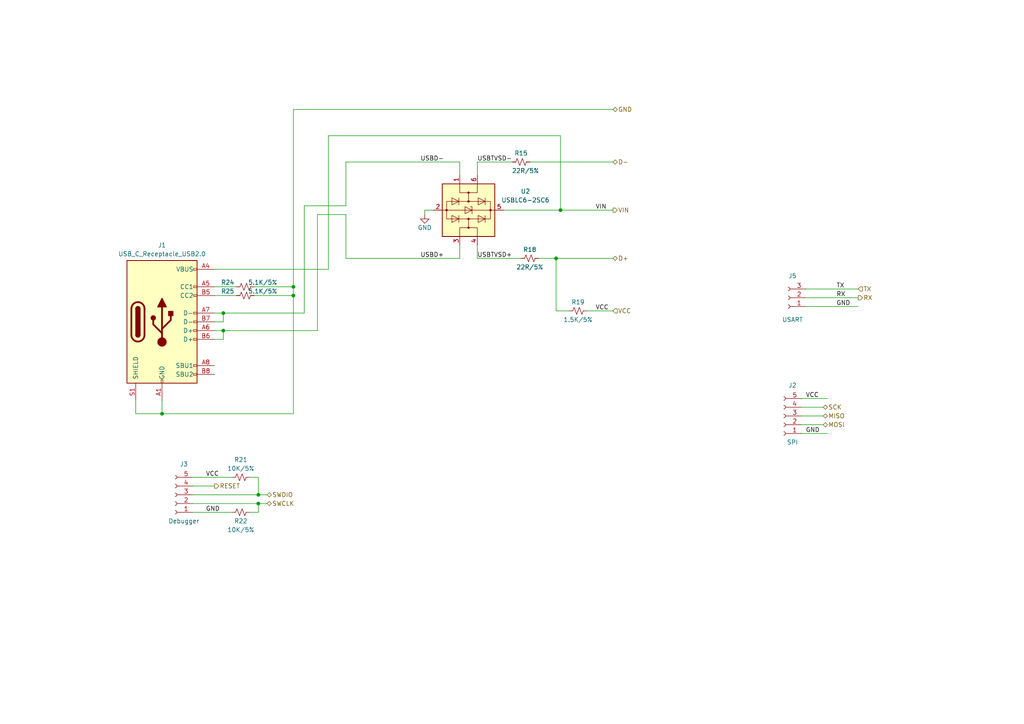
<source format=kicad_sch>
(kicad_sch (version 20230121) (generator eeschema)
  (paper "A4")
  (lib_symbols
    (symbol "Connector:Conn_01x03_Female" (pin_names (offset 1.016) hide)
      (property "Reference" "J" (at 0 5.08 0))
      (property "Value" "Conn_01x03_Female" (at 0 -5.08 0))
      (symbol "Conn_01x03_Female_1_1"
        (arc (start 0 -2.032) (mid -0.5058 -2.54) (end 0 -3.048) (stroke (width 0.1524)))
        (polyline (pts (xy -1.27 -2.54) (xy -0.508 -2.54)) (stroke (width 0.1524)))
        (polyline (pts (xy -1.27 0) (xy -0.508 0)) (stroke (width 0.1524)))
        (polyline (pts (xy -1.27 2.54) (xy -0.508 2.54)) (stroke (width 0.1524)))
        (arc (start 0 0.508) (mid -0.5058 0) (end 0 -0.508) (stroke (width 0.1524)))
        (arc (start 0 3.048) (mid -0.5058 2.54) (end 0 2.032) (stroke (width 0.1524)))
        (pin passive line (at -5.08 2.54 0) (length 3.81) (name "Pin_1") (number "1"))
        (pin passive line (at -5.08 0 0) (length 3.81) (name "Pin_2") (number "2"))
        (pin passive line (at -5.08 -2.54 0) (length 3.81) (name "Pin_3") (number "3"))
      )
    )
    (symbol "Connector:Conn_01x05_Female" (pin_names (offset 1.016) hide)
      (property "Reference" "J" (at 0 7.62 0))
      (property "Value" "Conn_01x05_Female" (at 0 -7.62 0))
      (symbol "Conn_01x05_Female_1_1"
        (arc (start 0 -4.572) (mid -0.5058 -5.08) (end 0 -5.588) (stroke (width 0.1524)))
        (arc (start 0 -2.032) (mid -0.5058 -2.54) (end 0 -3.048) (stroke (width 0.1524)))
        (polyline (pts (xy -1.27 -5.08) (xy -0.508 -5.08)) (stroke (width 0.1524)))
        (polyline (pts (xy -1.27 -2.54) (xy -0.508 -2.54)) (stroke (width 0.1524)))
        (polyline (pts (xy -1.27 0) (xy -0.508 0)) (stroke (width 0.1524)))
        (polyline (pts (xy -1.27 2.54) (xy -0.508 2.54)) (stroke (width 0.1524)))
        (polyline (pts (xy -1.27 5.08) (xy -0.508 5.08)) (stroke (width 0.1524)))
        (arc (start 0 0.508) (mid -0.5058 0) (end 0 -0.508) (stroke (width 0.1524)))
        (arc (start 0 3.048) (mid -0.5058 2.54) (end 0 2.032) (stroke (width 0.1524)))
        (arc (start 0 5.588) (mid -0.5058 5.08) (end 0 4.572) (stroke (width 0.1524)))
        (pin passive line (at -5.08 5.08 0) (length 3.81) (name "Pin_1") (number "1"))
        (pin passive line (at -5.08 2.54 0) (length 3.81) (name "Pin_2") (number "2"))
        (pin passive line (at -5.08 0 0) (length 3.81) (name "Pin_3") (number "3"))
        (pin passive line (at -5.08 -2.54 0) (length 3.81) (name "Pin_4") (number "4"))
        (pin passive line (at -5.08 -5.08 0) (length 3.81) (name "Pin_5") (number "5"))
      )
    )
    (symbol "Connector:USB_C_Receptacle_USB2.0" (pin_names (offset 1.016))
      (property "Reference" "J" (at -10.16 19.05 0))
      (property "Value" "USB_C_Receptacle_USB2.0" (at 19.05 19.05 0))
      (symbol "USB_C_Receptacle_USB2.0_0_0"
        (rectangle (start -0.254 -17.78) (end 0.254 -16.764))
        (rectangle (start 10.16 -14.986) (end 9.144 -15.494))
        (rectangle (start 10.16 -12.446) (end 9.144 -12.954))
        (rectangle (start 10.16 -4.826) (end 9.144 -5.334))
        (rectangle (start 10.16 -2.286) (end 9.144 -2.794))
        (rectangle (start 10.16 0.254) (end 9.144 -0.254))
        (rectangle (start 10.16 2.794) (end 9.144 2.286))
        (rectangle (start 10.16 7.874) (end 9.144 7.366))
        (rectangle (start 10.16 10.414) (end 9.144 9.906))
        (rectangle (start 10.16 15.494) (end 9.144 14.986))
      )
      (symbol "USB_C_Receptacle_USB2.0_0_1"
        (rectangle (start -10.16 17.78) (end 10.16 -17.78) (stroke (width 0.254)) (fill (type background)))
        (arc (start -8.89 -3.81) (mid -6.985 -5.7067) (end -5.08 -3.81) (stroke (width 0.508)))
        (arc (start -7.62 -3.81) (mid -6.985 -4.4423) (end -6.35 -3.81) (stroke (width 0.254)))
        (arc (start -7.62 -3.81) (mid -6.985 -4.4423) (end -6.35 -3.81) (stroke (width 0.254)) (fill (type outline)))
        (rectangle (start -7.62 -3.81) (end -6.35 3.81) (stroke (width 0.254)) (fill (type outline)))
        (arc (start -6.35 3.81) (mid -6.985 4.4423) (end -7.62 3.81) (stroke (width 0.254)))
        (arc (start -6.35 3.81) (mid -6.985 4.4423) (end -7.62 3.81) (stroke (width 0.254)) (fill (type outline)))
        (arc (start -5.08 3.81) (mid -6.985 5.7067) (end -8.89 3.81) (stroke (width 0.508)))
        (circle (center -2.54 1.143) (radius 0.635) (stroke (width 0.254)) (fill (type outline)))
        (circle (center 0 -5.842) (radius 1.27) (fill (type outline)))
        (polyline (pts (xy -8.89 -3.81) (xy -8.89 3.81)) (stroke (width 0.508)))
        (polyline (pts (xy -5.08 3.81) (xy -5.08 -3.81)) (stroke (width 0.508)))
        (polyline (pts (xy 0 -5.842) (xy 0 4.318)) (stroke (width 0.508)))
        (polyline (pts (xy 0 -3.302) (xy -2.54 -0.762) (xy -2.54 0.508)) (stroke (width 0.508)))
        (polyline (pts (xy 0 -2.032) (xy 2.54 0.508) (xy 2.54 1.778)) (stroke (width 0.508)))
        (polyline (pts (xy -1.27 4.318) (xy 0 6.858) (xy 1.27 4.318) (xy -1.27 4.318)) (stroke (width 0.254)) (fill (type outline)))
        (rectangle (start 1.905 1.778) (end 3.175 3.048) (stroke (width 0.254)) (fill (type outline)))
      )
      (symbol "USB_C_Receptacle_USB2.0_1_1"
        (pin passive line (at 0 -22.86 90) (length 5.08) (name "GND") (number "A1"))
        (pin passive line (at 0 -22.86 90) (length 5.08) hide (name "GND") (number "A12"))
        (pin passive line (at 15.24 15.24 180) (length 5.08) (name "VBUS") (number "A4"))
        (pin bidirectional line (at 15.24 10.16 180) (length 5.08) (name "CC1") (number "A5"))
        (pin bidirectional line (at 15.24 -2.54 180) (length 5.08) (name "D+") (number "A6"))
        (pin bidirectional line (at 15.24 2.54 180) (length 5.08) (name "D-") (number "A7"))
        (pin bidirectional line (at 15.24 -12.7 180) (length 5.08) (name "SBU1") (number "A8"))
        (pin passive line (at 15.24 15.24 180) (length 5.08) hide (name "VBUS") (number "A9"))
        (pin passive line (at 0 -22.86 90) (length 5.08) hide (name "GND") (number "B1"))
        (pin passive line (at 0 -22.86 90) (length 5.08) hide (name "GND") (number "B12"))
        (pin passive line (at 15.24 15.24 180) (length 5.08) hide (name "VBUS") (number "B4"))
        (pin bidirectional line (at 15.24 7.62 180) (length 5.08) (name "CC2") (number "B5"))
        (pin bidirectional line (at 15.24 -5.08 180) (length 5.08) (name "D+") (number "B6"))
        (pin bidirectional line (at 15.24 0 180) (length 5.08) (name "D-") (number "B7"))
        (pin bidirectional line (at 15.24 -15.24 180) (length 5.08) (name "SBU2") (number "B8"))
        (pin passive line (at 15.24 15.24 180) (length 5.08) hide (name "VBUS") (number "B9"))
        (pin passive line (at -7.62 -22.86 90) (length 5.08) (name "SHIELD") (number "S1"))
      )
    )
    (symbol "Device:R_Small_US" (pin_numbers hide) (pin_names (offset 0.254) hide)
      (property "Reference" "R" (at 0.762 0.508 0))
      (property "Value" "R_Small_US" (at 0.762 -1.016 0))
      (symbol "R_Small_US_1_1"
        (polyline (pts (xy 0 0) (xy 1.016 -0.381) (xy 0 -0.762) (xy -1.016 -1.143) (xy 0 -1.524)))
        (polyline (pts (xy 0 1.524) (xy 1.016 1.143) (xy 0 0.762) (xy -1.016 0.381) (xy 0 0)))
        (pin passive line (at 0 2.54 270) (length 1.016) (name "~") (number "1"))
        (pin passive line (at 0 -2.54 90) (length 1.016) (name "~") (number "2"))
      )
    )
    (symbol "Power_Protection:USBLC6-2SC6" (pin_names hide)
      (property "Reference" "U" (at 2.54 8.89 0))
      (property "Value" "USBLC6-2SC6" (at 2.54 -8.89 0))
      (symbol "USBLC6-2SC6_0_1"
        (rectangle (start -7.62 -7.62) (end 7.62 7.62) (stroke (width 0.254)) (fill (type background)))
        (circle (center -5.08 0) (radius 0.254) (fill (type outline)))
        (circle (center -2.54 0) (radius 0.254) (fill (type outline)))
        (rectangle (start -2.54 6.35) (end 2.54 -6.35))
        (circle (center 0 -6.35) (radius 0.254) (fill (type outline)))
        (polyline (pts (xy -5.08 -2.54) (xy -7.62 -2.54)))
        (polyline (pts (xy -5.08 0) (xy -5.08 -2.54)))
        (polyline (pts (xy -5.08 2.54) (xy -7.62 2.54)))
        (polyline (pts (xy -1.524 -2.794) (xy -3.556 -2.794)))
        (polyline (pts (xy -1.524 4.826) (xy -3.556 4.826)))
        (polyline (pts (xy 0 -7.62) (xy 0 -6.35)))
        (polyline (pts (xy 0 -6.35) (xy 0 1.27)))
        (polyline (pts (xy 0 1.27) (xy 0 6.35)))
        (polyline (pts (xy 0 6.35) (xy 0 7.62)))
        (polyline (pts (xy 1.524 -2.794) (xy 3.556 -2.794)))
        (polyline (pts (xy 1.524 4.826) (xy 3.556 4.826)))
        (polyline (pts (xy 5.08 -2.54) (xy 7.62 -2.54)))
        (polyline (pts (xy 5.08 0) (xy 5.08 -2.54)))
        (polyline (pts (xy 5.08 2.54) (xy 7.62 2.54)))
        (polyline (pts (xy -2.54 0) (xy -5.08 0) (xy -5.08 2.54)))
        (polyline (pts (xy 2.54 0) (xy 5.08 0) (xy 5.08 2.54)))
        (polyline (pts (xy -3.556 -4.826) (xy -1.524 -4.826) (xy -2.54 -2.794) (xy -3.556 -4.826)))
        (polyline (pts (xy -3.556 2.794) (xy -1.524 2.794) (xy -2.54 4.826) (xy -3.556 2.794)))
        (polyline (pts (xy -1.016 -1.016) (xy 1.016 -1.016) (xy 0 1.016) (xy -1.016 -1.016)))
        (polyline (pts (xy 1.016 1.016) (xy 0.762 1.016) (xy -1.016 1.016) (xy -1.016 0.508)))
        (polyline (pts (xy 3.556 -4.826) (xy 1.524 -4.826) (xy 2.54 -2.794) (xy 3.556 -4.826)))
        (polyline (pts (xy 3.556 2.794) (xy 1.524 2.794) (xy 2.54 4.826) (xy 3.556 2.794)))
        (circle (center 0 6.35) (radius 0.254) (fill (type outline)))
        (circle (center 2.54 0) (radius 0.254) (fill (type outline)))
        (circle (center 5.08 0) (radius 0.254) (fill (type outline)))
      )
      (symbol "USBLC6-2SC6_1_1"
        (pin passive line (at -10.16 -2.54 0) (length 2.54) (name "I/O1") (number "1"))
        (pin passive line (at 0 -10.16 90) (length 2.54) (name "GND") (number "2"))
        (pin passive line (at 10.16 -2.54 180) (length 2.54) (name "I/O2") (number "3"))
        (pin passive line (at 10.16 2.54 180) (length 2.54) (name "I/O2") (number "4"))
        (pin passive line (at 0 10.16 270) (length 2.54) (name "VBUS") (number "5"))
        (pin passive line (at -10.16 2.54 0) (length 2.54) (name "I/O1") (number "6"))
      )
    )
    (symbol "power:GND" (power) (pin_names (offset 0))
      (property "Value" "GND" (at 0 -3.81 0))
      (symbol "GND_0_1"
        (polyline (pts (xy 0 0) (xy 0 -1.27) (xy 1.27 -1.27) (xy 0 -2.54) (xy -1.27 -1.27) (xy 0 -1.27)))
      )
      (symbol "GND_1_1"
        (pin power_in line (at 0 0 270) (length 0) hide (name "GND") (number "1"))
      )
    )
  )
  (junction (at 64.77 90.805))
  (junction (at 85.09 83.185))
  (junction (at 162.56 60.96))
  (junction (at 74.93 146.05))
  (junction (at 161.29 74.93))
  (junction (at 74.93 143.51))
  (junction (at 85.09 85.725))
  (junction (at 46.99 120.015))
  (junction (at 64.77 95.885))
  (wire (pts (xy 138.43 74.93) (xy 151.13 74.93)))
  (wire (pts (xy 232.41 118.11) (xy 238.76 118.11)))
  (wire (pts (xy 46.99 120.015) (xy 85.09 120.015)))
  (wire (pts (xy 88.265 90.805) (xy 88.265 59.69)))
  (wire (pts (xy 64.77 95.885) (xy 92.075 95.885)))
  (wire (pts (xy 62.23 78.105) (xy 95.25 78.105)))
  (wire (pts (xy 100.33 46.99) (xy 133.35 46.99)))
  (wire (pts (xy 62.23 83.185) (xy 68.58 83.185)))
  (wire (pts (xy 85.09 31.75) (xy 85.09 83.185)))
  (wire (pts (xy 46.99 116.205) (xy 46.99 120.015)))
  (wire (pts (xy 55.88 140.97) (xy 62.23 140.97)))
  (wire (pts (xy 64.77 93.345) (xy 64.77 90.805)))
  (wire (pts (xy 62.23 98.425) (xy 64.77 98.425)))
  (wire (pts (xy 233.68 83.82) (xy 248.92 83.82)))
  (wire (pts (xy 74.93 138.43) (xy 74.93 143.51)))
  (wire (pts (xy 85.09 120.015) (xy 85.09 85.725)))
  (wire (pts (xy 72.39 138.43) (xy 74.93 138.43)))
  (wire (pts (xy 74.93 148.59) (xy 74.93 146.05)))
  (wire (pts (xy 39.37 120.015) (xy 46.99 120.015)))
  (wire (pts (xy 233.68 86.36) (xy 248.92 86.36)))
  (wire (pts (xy 92.075 95.885) (xy 92.075 62.23)))
  (wire (pts (xy 232.41 115.57) (xy 240.03 115.57)))
  (wire (pts (xy 156.21 74.93) (xy 161.29 74.93)))
  (wire (pts (xy 162.56 39.37) (xy 162.56 60.96)))
  (wire (pts (xy 161.29 90.17) (xy 165.1 90.17)))
  (wire (pts (xy 64.77 98.425) (xy 64.77 95.885)))
  (wire (pts (xy 55.88 146.05) (xy 74.93 146.05)))
  (wire (pts (xy 162.56 60.96) (xy 177.8 60.96)))
  (wire (pts (xy 146.05 60.96) (xy 162.56 60.96)))
  (wire (pts (xy 55.88 148.59) (xy 67.31 148.59)))
  (wire (pts (xy 123.19 60.96) (xy 123.19 62.23)))
  (wire (pts (xy 133.35 46.99) (xy 133.35 50.8)))
  (wire (pts (xy 125.73 60.96) (xy 123.19 60.96)))
  (wire (pts (xy 100.33 59.69) (xy 100.33 46.99)))
  (wire (pts (xy 138.43 50.8) (xy 138.43 46.99)))
  (wire (pts (xy 39.37 116.205) (xy 39.37 120.015)))
  (wire (pts (xy 100.33 74.93) (xy 133.35 74.93)))
  (wire (pts (xy 55.88 143.51) (xy 74.93 143.51)))
  (wire (pts (xy 62.23 90.805) (xy 64.77 90.805)))
  (wire (pts (xy 88.265 59.69) (xy 100.33 59.69)))
  (wire (pts (xy 95.25 39.37) (xy 95.25 78.105)))
  (wire (pts (xy 232.41 123.19) (xy 238.76 123.19)))
  (wire (pts (xy 62.23 95.885) (xy 64.77 95.885)))
  (wire (pts (xy 55.88 138.43) (xy 67.31 138.43)))
  (wire (pts (xy 62.23 85.725) (xy 68.58 85.725)))
  (wire (pts (xy 232.41 120.65) (xy 238.76 120.65)))
  (wire (pts (xy 133.35 74.93) (xy 133.35 71.12)))
  (wire (pts (xy 170.18 90.17) (xy 177.7729 90.17)))
  (wire (pts (xy 85.09 85.725) (xy 85.09 83.185)))
  (wire (pts (xy 62.23 93.345) (xy 64.77 93.345)))
  (wire (pts (xy 72.39 148.59) (xy 74.93 148.59)))
  (wire (pts (xy 74.93 143.51) (xy 77.47 143.51)))
  (wire (pts (xy 85.09 31.75) (xy 177.8 31.75)))
  (wire (pts (xy 138.43 71.12) (xy 138.43 74.93)))
  (wire (pts (xy 95.25 39.37) (xy 162.56 39.37)))
  (wire (pts (xy 161.29 90.17) (xy 161.29 74.93)))
  (wire (pts (xy 161.29 74.93) (xy 177.8 74.93)))
  (wire (pts (xy 138.43 46.99) (xy 148.59 46.99)))
  (wire (pts (xy 74.93 146.05) (xy 77.47 146.05)))
  (wire (pts (xy 100.33 62.23) (xy 100.33 74.93)))
  (wire (pts (xy 233.68 88.9) (xy 248.92 88.9)))
  (wire (pts (xy 73.66 83.185) (xy 85.09 83.185)))
  (wire (pts (xy 153.67 46.99) (xy 177.8 46.99)))
  (wire (pts (xy 232.41 125.73) (xy 240.03 125.73)))
  (wire (pts (xy 64.77 90.805) (xy 88.265 90.805)))
  (wire (pts (xy 92.075 62.23) (xy 100.33 62.23)))
  (wire (pts (xy 73.66 85.725) (xy 85.09 85.725)))
  (label "VCC" (at 233.68 115.57 0))
  (label "TX" (at 242.57 83.82 0))
  (label "GND" (at 242.57 88.9 0))
  (label "USBD+" (at 121.92 74.93 0))
  (label "RX" (at 242.57 86.36 0))
  (label "VIN" (at 172.72 60.96 0))
  (label "USBD-" (at 121.92 46.99 0))
  (label "VCC" (at 172.72 90.17 0))
  (label "GND" (at 59.69 148.59 0))
  (label "USBTVSD+" (at 138.43 74.93 0))
  (label "USBTVSD-" (at 138.43 46.99 0))
  (label "VCC" (at 59.69 138.43 0))
  (label "GND" (at 233.68 125.73 0))
  (hierarchical_label "RX" (shape output) (at 248.92 86.36 0))
  (hierarchical_label "TX" (shape input) (at 248.92 83.82 0))
  (hierarchical_label "MOSI" (shape bidirectional) (at 238.76 123.19 0))
  (hierarchical_label "MISO" (shape bidirectional) (at 238.76 120.65 0))
  (hierarchical_label "RESET" (shape output) (at 62.23 140.97 0))
  (hierarchical_label "SCK" (shape bidirectional) (at 238.76 118.11 0))
  (hierarchical_label "VCC" (shape input) (at 177.7729 90.17 0))
  (hierarchical_label "SWDIO" (shape bidirectional) (at 77.47 143.51 0))
  (hierarchical_label "SWCLK" (shape bidirectional) (at 77.47 146.05 0))
  (hierarchical_label "D+" (shape bidirectional) (at 177.8 74.93 0))
  (hierarchical_label "D-" (shape bidirectional) (at 177.8 46.99 0))
  (hierarchical_label "GND" (shape bidirectional) (at 177.8 31.75 0))
  (hierarchical_label "VIN" (shape output) (at 177.8 60.96 0))
  (symbol (lib_id "Connector:Conn_01x05_Female") (at 227.33 120.65 180) (unit 1)
    (property "Reference" "J2" (at 229.87 111.76 0))
    (property "Value" "SPI" (at 229.87 128.27 0))
    (property "Footprint" "Connector_PinHeader_2.00mm:PinHeader_1x05_P2.00mm_Vertical" (effects hide))
  )
  (symbol (lib_id "Device:R_Small_US") (at 69.85 148.59 90) (unit 1)
    (property "Reference" "R22" (at 69.85 151.13 90))
    (property "Value" "10K/5%" (at 69.85 153.67 90))
    (property "Footprint" "Resistor_SMD:R_0603_1608Metric" (effects hide))
  )
  (symbol (lib_id "Device:R_Small_US") (at 167.64 90.17 90) (unit 1)
    (property "Reference" "R19" (at 167.64 87.63 90))
    (property "Value" "1.5K/5%" (at 167.64 92.71 90))
    (property "Footprint" "Resistor_SMD:R_0603_1608Metric" (effects hide))
  )
  (symbol (lib_id "Device:R_Small_US") (at 71.12 83.185 90) (unit 1)
    (property "Reference" "R24" (at 66.04 81.915 90))
    (property "Value" "5.1K/5%" (at 76.2 81.915 90))
    (property "Footprint" "Resistor_SMD:R_0603_1608Metric" (effects hide))
    (instances (project "goose60" (path "" (reference "R24") (unit 1))) (project "goose45" (path "" (reference "R6") (unit 1))))
  )
  (symbol (lib_id "Device:R_Small_US") (at 69.85 138.43 90) (unit 1)
    (property "Reference" "R21" (at 69.85 133.35 90))
    (property "Value" "10K/5%" (at 69.85 135.89 90))
    (property "Footprint" "Resistor_SMD:R_0603_1608Metric" (effects hide))
  )
  (symbol (lib_id "Device:R_Small_US") (at 153.67 74.93 90) (unit 1)
    (property "Reference" "R18" (at 153.67 72.39 90))
    (property "Value" "22R/5%" (at 153.67 77.47 90))
    (property "Footprint" "Resistor_SMD:R_0603_1608Metric" (effects hide))
  )
  (symbol (lib_id "Connector:Conn_01x05_Female") (at 50.8 143.51 180) (unit 1)
    (property "Reference" "J3" (at 53.34 134.62 0))
    (property "Value" "Debugger" (at 53.34 151.13 0))
    (property "Footprint" "Connector_PinHeader_2.00mm:PinHeader_1x05_P2.00mm_Vertical" (effects hide))
  )
  (symbol (lib_id "Power_Protection:USBLC6-2SC6") (at 135.89 60.96 270) (unit 1)
    (property "Reference" "U2" (at 152.4 55.4988 90))
    (property "Value" "USBLC6-2SC6" (at 152.4 58.0388 90))
    (property "Footprint" "Package_TO_SOT_SMD:SOT-23-6" (effects hide))
    (property "Datasheet" "https://www.st.com/resource/en/datasheet/usblc6-2.pdf" (effects hide))
  )
  (symbol (lib_id "Device:R_Small_US") (at 151.13 46.99 90) (unit 1)
    (property "Reference" "R15" (at 151.13 44.45 90))
    (property "Value" "22R/5%" (at 152.4 49.53 90))
    (property "Footprint" "Resistor_SMD:R_0603_1608Metric" (effects hide))
  )
  (symbol (lib_id "Connector:Conn_01x03_Female") (at 228.6 86.36 180) (unit 1)
    (property "Reference" "J5" (at 229.87 80.01 0))
    (property "Value" "USART" (at 229.87 92.71 0))
    (property "Footprint" "Connector_PinHeader_2.00mm:PinHeader_1x03_P2.00mm_Vertical" (effects hide))
  )
  (symbol (lib_id "power:GND") (at 123.19 62.23 0) (unit 1)
    (property "Reference" "#PWR017" (effects hide))
    (property "Value" "GND" (at 123.19 66.04 0))
  )
  (symbol (lib_id "Connector:USB_C_Receptacle_USB2.0") (at 46.99 93.345 0) (unit 1)
    (property "Reference" "J1" (at 46.99 71.12 0))
    (property "Value" "USB_C_Receptacle_USB2.0" (at 46.99 73.66 0))
    (property "Footprint" "Connector_USB:USB_C_Receptacle_HRO_TYPE-C-31-M-12" (effects hide))
    (property "Datasheet" "https://www.usb.org/sites/default/files/documents/usb_type-c.zip" (effects hide))
  )
  (symbol (lib_id "Device:R_Small_US") (at 71.12 85.725 90) (unit 1)
    (property "Reference" "R25" (at 66.04 84.455 90))
    (property "Value" "5.1K/5%" (at 76.2 84.455 90))
    (property "Footprint" "Resistor_SMD:R_0603_1608Metric" (effects hide))
    (instances (project "goose60" (path "" (reference "R25") (unit 1))) (project "goose45" (path "" (reference "R16") (unit 1))))
  )
)
</source>
